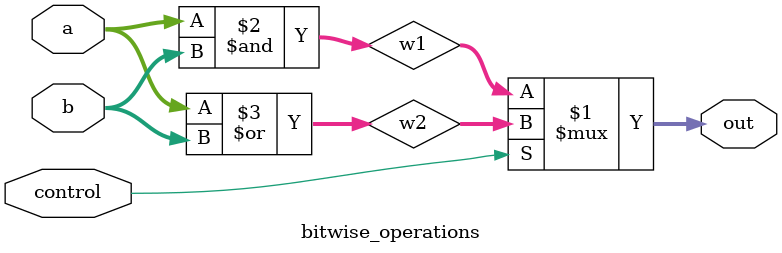
<source format=v>
`timescale 1ns / 1ps

module bitwise_operations(
    output [31:0]out,
    input [31:0]a,
    input [31:0]b,
    input control    
    );
    
    wire [31:0]w1,w2;
    
    assign out = control ? w2 : w1;
    
    assign w1 = a&b;
    assign w2 = a|b;
    
endmodule

</source>
